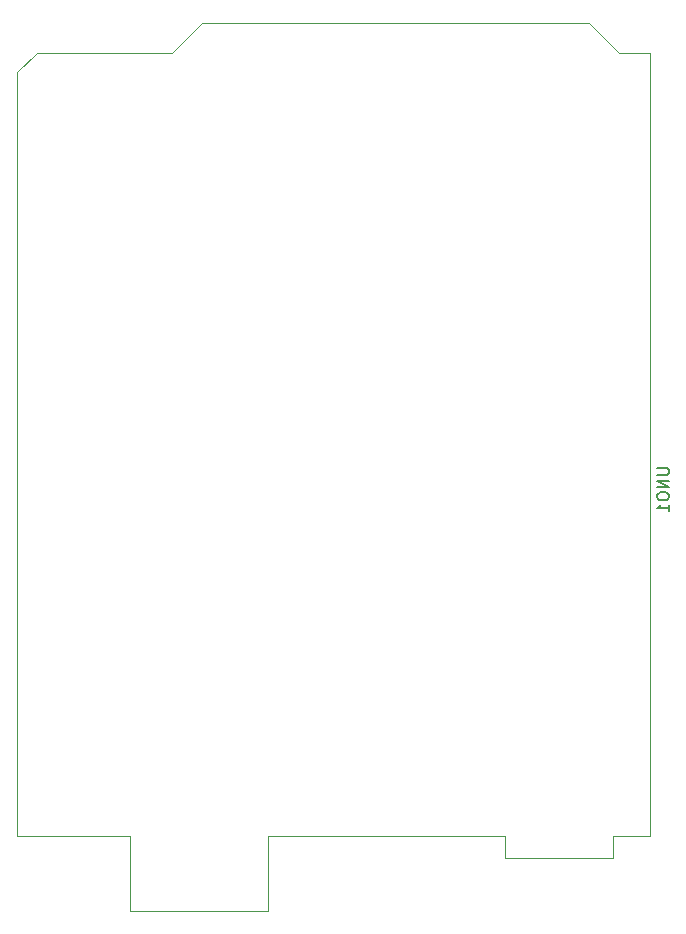
<source format=gbr>
%TF.GenerationSoftware,KiCad,Pcbnew,8.0.6*%
%TF.CreationDate,2025-01-14T16:55:08+01:00*%
%TF.ProjectId,Receptor Laser,52656365-7074-46f7-9220-4c617365722e,rev?*%
%TF.SameCoordinates,Original*%
%TF.FileFunction,Legend,Bot*%
%TF.FilePolarity,Positive*%
%FSLAX46Y46*%
G04 Gerber Fmt 4.6, Leading zero omitted, Abs format (unit mm)*
G04 Created by KiCad (PCBNEW 8.0.6) date 2025-01-14 16:55:08*
%MOMM*%
%LPD*%
G01*
G04 APERTURE LIST*
%ADD10C,0.150000*%
%ADD11C,0.120000*%
G04 APERTURE END LIST*
D10*
X99690819Y-103672476D02*
X100500342Y-103672476D01*
X100500342Y-103672476D02*
X100595580Y-103720095D01*
X100595580Y-103720095D02*
X100643200Y-103767714D01*
X100643200Y-103767714D02*
X100690819Y-103862952D01*
X100690819Y-103862952D02*
X100690819Y-104053428D01*
X100690819Y-104053428D02*
X100643200Y-104148666D01*
X100643200Y-104148666D02*
X100595580Y-104196285D01*
X100595580Y-104196285D02*
X100500342Y-104243904D01*
X100500342Y-104243904D02*
X99690819Y-104243904D01*
X100690819Y-104720095D02*
X99690819Y-104720095D01*
X99690819Y-104720095D02*
X100690819Y-105291523D01*
X100690819Y-105291523D02*
X99690819Y-105291523D01*
X99690819Y-105958190D02*
X99690819Y-106148666D01*
X99690819Y-106148666D02*
X99738438Y-106243904D01*
X99738438Y-106243904D02*
X99833676Y-106339142D01*
X99833676Y-106339142D02*
X100024152Y-106386761D01*
X100024152Y-106386761D02*
X100357485Y-106386761D01*
X100357485Y-106386761D02*
X100547961Y-106339142D01*
X100547961Y-106339142D02*
X100643200Y-106243904D01*
X100643200Y-106243904D02*
X100690819Y-106148666D01*
X100690819Y-106148666D02*
X100690819Y-105958190D01*
X100690819Y-105958190D02*
X100643200Y-105862952D01*
X100643200Y-105862952D02*
X100547961Y-105767714D01*
X100547961Y-105767714D02*
X100357485Y-105720095D01*
X100357485Y-105720095D02*
X100024152Y-105720095D01*
X100024152Y-105720095D02*
X99833676Y-105767714D01*
X99833676Y-105767714D02*
X99738438Y-105862952D01*
X99738438Y-105862952D02*
X99690819Y-105958190D01*
X100690819Y-107339142D02*
X100690819Y-106767714D01*
X100690819Y-107053428D02*
X99690819Y-107053428D01*
X99690819Y-107053428D02*
X99833676Y-106958190D01*
X99833676Y-106958190D02*
X99928914Y-106862952D01*
X99928914Y-106862952D02*
X99976533Y-106767714D01*
D11*
%TO.C,UNO1*%
X45496000Y-70172000D02*
X45496000Y-134822000D01*
X45496000Y-134822000D02*
X55026000Y-134822000D01*
X47146000Y-68522000D02*
X45496000Y-70172000D01*
X55026000Y-134822000D02*
X55026000Y-141172000D01*
X55026000Y-141172000D02*
X66706000Y-141172000D01*
X58576000Y-68522000D02*
X47146000Y-68522000D01*
X61116000Y-65982000D02*
X58576000Y-68522000D01*
X66706000Y-134822000D02*
X86776000Y-134822000D01*
X66706000Y-141172000D02*
X66706000Y-134822000D01*
X86776000Y-134822000D02*
X86776000Y-136722000D01*
X86776000Y-136722000D02*
X95916000Y-136722000D01*
X93886000Y-65982000D02*
X61116000Y-65982000D01*
X95916000Y-134822000D02*
X99096000Y-134822000D01*
X95916000Y-136722000D02*
X95916000Y-134822000D01*
X96426000Y-68522000D02*
X93886000Y-65982000D01*
X99096000Y-68522000D02*
X96426000Y-68522000D01*
X99096000Y-134822000D02*
X99096000Y-68522000D01*
%TD*%
M02*

</source>
